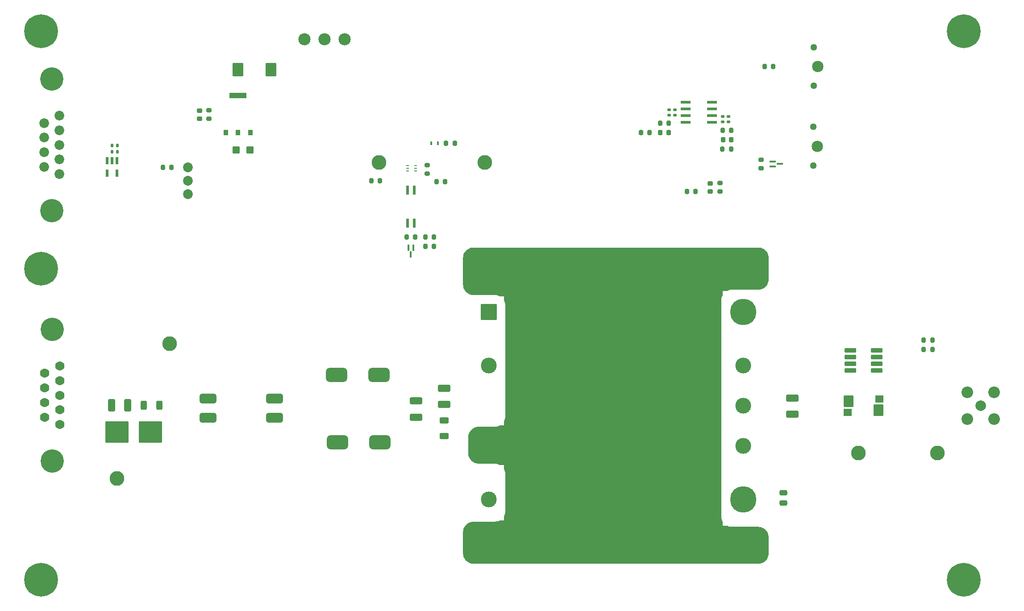
<source format=gbr>
%TF.GenerationSoftware,KiCad,Pcbnew,8.0.6*%
%TF.CreationDate,2025-06-02T13:03:20-04:00*%
%TF.ProjectId,CAEN_NEVIS_DAQ_3p3V,4341454e-5f4e-4455-9649-535f4441515f,rev?*%
%TF.SameCoordinates,Original*%
%TF.FileFunction,Soldermask,Top*%
%TF.FilePolarity,Negative*%
%FSLAX46Y46*%
G04 Gerber Fmt 4.6, Leading zero omitted, Abs format (unit mm)*
G04 Created by KiCad (PCBNEW 8.0.6) date 2025-06-02 13:03:20*
%MOMM*%
%LPD*%
G01*
G04 APERTURE LIST*
G04 Aperture macros list*
%AMRoundRect*
0 Rectangle with rounded corners*
0 $1 Rounding radius*
0 $2 $3 $4 $5 $6 $7 $8 $9 X,Y pos of 4 corners*
0 Add a 4 corners polygon primitive as box body*
4,1,4,$2,$3,$4,$5,$6,$7,$8,$9,$2,$3,0*
0 Add four circle primitives for the rounded corners*
1,1,$1+$1,$2,$3*
1,1,$1+$1,$4,$5*
1,1,$1+$1,$6,$7*
1,1,$1+$1,$8,$9*
0 Add four rect primitives between the rounded corners*
20,1,$1+$1,$2,$3,$4,$5,0*
20,1,$1+$1,$4,$5,$6,$7,0*
20,1,$1+$1,$6,$7,$8,$9,0*
20,1,$1+$1,$8,$9,$2,$3,0*%
G04 Aperture macros list end*
%ADD10R,0.889000X1.016000*%
%ADD11R,3.200000X1.000000*%
%ADD12R,1.161200X0.350800*%
%ADD13R,0.350800X1.161200*%
%ADD14C,2.800000*%
%ADD15C,6.400000*%
%ADD16R,0.558800X1.473200*%
%ADD17R,1.981200X0.558800*%
%ADD18RoundRect,0.100500X0.986500X0.301500X-0.986500X0.301500X-0.986500X-0.301500X0.986500X-0.301500X0*%
%ADD19C,3.500000*%
%ADD20RoundRect,0.102000X-1.400000X-1.400000X1.400000X-1.400000X1.400000X1.400000X-1.400000X1.400000X0*%
%ADD21C,3.004000*%
%ADD22C,5.004000*%
%ADD23RoundRect,0.200000X0.200000X0.275000X-0.200000X0.275000X-0.200000X-0.275000X0.200000X-0.275000X0*%
%ADD24RoundRect,0.135000X-0.185000X0.135000X-0.185000X-0.135000X0.185000X-0.135000X0.185000X0.135000X0*%
%ADD25RoundRect,0.200000X0.275000X-0.200000X0.275000X0.200000X-0.275000X0.200000X-0.275000X-0.200000X0*%
%ADD26RoundRect,0.200000X-0.200000X-0.275000X0.200000X-0.275000X0.200000X0.275000X-0.200000X0.275000X0*%
%ADD27RoundRect,0.200000X-0.275000X0.200000X-0.275000X-0.200000X0.275000X-0.200000X0.275000X0.200000X0*%
%ADD28RoundRect,0.102000X-0.695000X-0.570000X0.695000X-0.570000X0.695000X0.570000X-0.695000X0.570000X0*%
%ADD29RoundRect,0.102000X-0.825000X-1.005000X0.825000X-1.005000X0.825000X1.005000X-0.825000X1.005000X0*%
%ADD30RoundRect,0.250000X0.625000X-0.312500X0.625000X0.312500X-0.625000X0.312500X-0.625000X-0.312500X0*%
%ADD31RoundRect,0.250000X-0.312500X-0.625000X0.312500X-0.625000X0.312500X0.625000X-0.312500X0.625000X0*%
%ADD32R,0.558800X1.651000*%
%ADD33C,1.295400*%
%ADD34C,2.159000*%
%ADD35R,0.533400X0.254000*%
%ADD36R,0.444500X0.711200*%
%ADD37RoundRect,0.675000X-1.325000X0.675000X-1.325000X-0.675000X1.325000X-0.675000X1.325000X0.675000X0*%
%ADD38RoundRect,0.475000X1.125000X-0.475000X1.125000X0.475000X-1.125000X0.475000X-1.125000X-0.475000X0*%
%ADD39C,1.854000*%
%ADD40C,1.839000*%
%ADD41C,4.420000*%
%ADD42C,2.006600*%
%ADD43C,2.209800*%
%ADD44C,1.764000*%
%ADD45C,2.304000*%
%ADD46RoundRect,0.102000X-2.120900X-1.905000X2.120900X-1.905000X2.120900X1.905000X-2.120900X1.905000X0*%
%ADD47RoundRect,0.140000X0.140000X0.170000X-0.140000X0.170000X-0.140000X-0.170000X0.140000X-0.170000X0*%
%ADD48RoundRect,0.225000X0.225000X0.250000X-0.225000X0.250000X-0.225000X-0.250000X0.225000X-0.250000X0*%
%ADD49RoundRect,0.140000X-0.170000X0.140000X-0.170000X-0.140000X0.170000X-0.140000X0.170000X0.140000X0*%
%ADD50RoundRect,0.225000X-0.225000X-0.250000X0.225000X-0.250000X0.225000X0.250000X-0.225000X0.250000X0*%
%ADD51RoundRect,0.225000X-0.250000X0.225000X-0.250000X-0.225000X0.250000X-0.225000X0.250000X0.225000X0*%
%ADD52RoundRect,0.250000X-0.787500X-1.025000X0.787500X-1.025000X0.787500X1.025000X-0.787500X1.025000X0*%
%ADD53RoundRect,0.250000X0.450000X0.425000X-0.450000X0.425000X-0.450000X-0.425000X0.450000X-0.425000X0*%
%ADD54RoundRect,0.250000X0.475000X-0.250000X0.475000X0.250000X-0.475000X0.250000X-0.475000X-0.250000X0*%
%ADD55RoundRect,0.250000X0.412500X0.925000X-0.412500X0.925000X-0.412500X-0.925000X0.412500X-0.925000X0*%
%ADD56RoundRect,0.250000X-0.925000X0.412500X-0.925000X-0.412500X0.925000X-0.412500X0.925000X0.412500X0*%
G04 APERTURE END LIST*
D10*
%TO.C,U2*%
X90008600Y-48196250D03*
X92320000Y-48196250D03*
X94631400Y-48196250D03*
D11*
X92320000Y-41203750D03*
%TD*%
D12*
%TO.C,M3*%
X193755000Y-53660001D03*
X193755000Y-54659999D03*
X195105000Y-54160000D03*
%TD*%
D13*
%TO.C,M1*%
X125604999Y-70000000D03*
X124605001Y-70000000D03*
X125105000Y-71350000D03*
%TD*%
D14*
%TO.C,Secondary RTN*%
X79340000Y-88210000D03*
%TD*%
%TO.C,Secondary PWR*%
X69340000Y-113850000D03*
%TD*%
D15*
%TO.C,H5*%
X55000000Y-74000000D03*
%TD*%
D14*
%TO.C,3.3V RTN*%
X210000000Y-109000000D03*
%TD*%
%TO.C,3.3V*%
X225000000Y-109000000D03*
%TD*%
D16*
%TO.C,U6*%
X69395001Y-53556200D03*
X68445000Y-53556200D03*
X67494999Y-53556200D03*
X67494999Y-55943800D03*
X69395001Y-55943800D03*
%TD*%
D17*
%TO.C,U4*%
X182183800Y-46285000D03*
X182183800Y-45015000D03*
X182183800Y-43745000D03*
X182183800Y-42475000D03*
X177256200Y-42475000D03*
X177256200Y-43745000D03*
X177256200Y-45015000D03*
X177256200Y-46285000D03*
%TD*%
D18*
%TO.C,U3*%
X213437500Y-93332500D03*
X213437500Y-92062500D03*
X213437500Y-90792500D03*
X213437500Y-89522500D03*
X208497500Y-89522500D03*
X208497500Y-90792500D03*
X208497500Y-92062500D03*
X208497500Y-93332500D03*
%TD*%
D19*
%TO.C,U1*%
X139890000Y-74635000D03*
X139890000Y-125435000D03*
X188140000Y-74635000D03*
X188140000Y-125435000D03*
D20*
X139890000Y-82255000D03*
D21*
X139890000Y-92415000D03*
X139890000Y-107655000D03*
X139890000Y-117815000D03*
D22*
X188140000Y-117815000D03*
D21*
X188140000Y-107655000D03*
X188140000Y-100035000D03*
X188140000Y-92415000D03*
D22*
X188140000Y-82255000D03*
%TD*%
D14*
%TO.C,TELEM RTN*%
X119060000Y-53890000D03*
%TD*%
%TO.C,TELEM PWR*%
X139140000Y-53870000D03*
%TD*%
D23*
%TO.C,R25*%
X79715000Y-54820000D03*
X78065000Y-54820000D03*
%TD*%
%TO.C,R23*%
X170395000Y-48180000D03*
X168745000Y-48180000D03*
%TD*%
%TO.C,R22*%
X174045000Y-46440000D03*
X172395000Y-46440000D03*
%TD*%
D24*
%TO.C,R21*%
X175230000Y-43870000D03*
X175230000Y-44890000D03*
%TD*%
D25*
%TO.C,R20*%
X191550000Y-54985000D03*
X191550000Y-53335000D03*
%TD*%
D23*
%TO.C,R19*%
X224015000Y-87530000D03*
X222365000Y-87530000D03*
%TD*%
%TO.C,R18*%
X224015000Y-89310000D03*
X222365000Y-89310000D03*
%TD*%
%TO.C,R17*%
X185845000Y-51350000D03*
X184195000Y-51350000D03*
%TD*%
D26*
%TO.C,R16*%
X184235000Y-47810000D03*
X185885000Y-47810000D03*
%TD*%
D24*
%TO.C,R15*%
X184240000Y-45150000D03*
X184240000Y-46170000D03*
%TD*%
D23*
%TO.C,R14*%
X193835000Y-35650000D03*
X192185000Y-35650000D03*
%TD*%
D25*
%TO.C,R13*%
X86805000Y-45613750D03*
X86805000Y-43963750D03*
%TD*%
D23*
%TO.C,R12*%
X179115000Y-59405000D03*
X177465000Y-59405000D03*
%TD*%
D27*
%TO.C,R11*%
X183750000Y-57755000D03*
X183750000Y-59405000D03*
%TD*%
D28*
%TO.C,R10*%
X207980000Y-101285000D03*
X213950000Y-98745000D03*
D29*
X208110000Y-99180000D03*
X213820000Y-100850000D03*
%TD*%
D25*
%TO.C,R9*%
X128163000Y-56018000D03*
X128163000Y-54368000D03*
%TD*%
D26*
%TO.C,R8*%
X117585000Y-57330000D03*
X119235000Y-57330000D03*
%TD*%
D23*
%TO.C,R7*%
X125940000Y-67975000D03*
X124290000Y-67975000D03*
%TD*%
%TO.C,R6*%
X129490000Y-67985000D03*
X127840000Y-67985000D03*
%TD*%
%TO.C,R5*%
X133430000Y-50235000D03*
X131780000Y-50235000D03*
%TD*%
D26*
%TO.C,R4*%
X127830000Y-69755000D03*
X129480000Y-69755000D03*
%TD*%
D23*
%TO.C,R3*%
X131620000Y-57505000D03*
X129970000Y-57505000D03*
%TD*%
D30*
%TO.C,R2*%
X131390000Y-105737500D03*
X131390000Y-102812500D03*
%TD*%
D31*
%TO.C,R1*%
X74437500Y-99955000D03*
X77362500Y-99955000D03*
%TD*%
D32*
%TO.C,Q1*%
X125740000Y-59130800D03*
X124470000Y-59130800D03*
X124470000Y-65379200D03*
X125740000Y-65379200D03*
%TD*%
D33*
%TO.C,P2*%
X201450000Y-47120000D03*
X201450000Y-54440000D03*
D34*
X202210000Y-50790000D03*
%TD*%
D33*
%TO.C,P1*%
X201490000Y-31990000D03*
X201490000Y-39310000D03*
D34*
X202250000Y-35660000D03*
%TD*%
D35*
%TO.C,M2*%
X126027000Y-55443000D03*
X126027000Y-54935000D03*
X126027000Y-54427000D03*
X124503000Y-54427000D03*
X124503000Y-54935000D03*
X124503000Y-55443000D03*
%TD*%
D36*
%TO.C,LED1*%
X128986350Y-50235000D03*
X130243650Y-50235000D03*
%TD*%
D37*
%TO.C,L3*%
X111205000Y-106955000D03*
X119205000Y-106955000D03*
%TD*%
D38*
%TO.C,L2*%
X99230000Y-98625000D03*
X99230000Y-102325000D03*
X86630000Y-102325000D03*
X86630000Y-98625000D03*
%TD*%
D37*
%TO.C,L1*%
X111055000Y-94145000D03*
X119055000Y-94145000D03*
%TD*%
D39*
%TO.C,J5*%
X82850000Y-59910000D03*
X82850000Y-57370000D03*
X82850000Y-54830000D03*
%TD*%
D40*
%TO.C,J4*%
X58400000Y-56090000D03*
X58400000Y-53320000D03*
X58400000Y-50550000D03*
X58400000Y-47780000D03*
X58400000Y-45010000D03*
X55560000Y-54705000D03*
X55560000Y-51935000D03*
X55560000Y-49165000D03*
X55560000Y-46395000D03*
D41*
X56980000Y-38050000D03*
X56980000Y-63050000D03*
%TD*%
D42*
%TO.C,J3*%
X233167999Y-100035000D03*
D43*
X235707999Y-97495000D03*
X230627999Y-97495000D03*
X230627999Y-102575000D03*
X235707999Y-102575000D03*
%TD*%
D44*
%TO.C,J2*%
X58480000Y-92490000D03*
X58480000Y-95260000D03*
X58480000Y-98030000D03*
X58480000Y-100800000D03*
X58480000Y-103570000D03*
X55640000Y-93875000D03*
X55640000Y-96645000D03*
X55640000Y-99415000D03*
X55640000Y-102185000D03*
D41*
X57060000Y-85530000D03*
X57060000Y-110530000D03*
%TD*%
D45*
%TO.C,J1*%
X112570000Y-30510000D03*
X108760000Y-30510000D03*
X104950000Y-30510000D03*
%TD*%
D15*
%TO.C,H4*%
X230000000Y-133000000D03*
%TD*%
%TO.C,H3*%
X230000000Y-29000000D03*
%TD*%
%TO.C,H2*%
X55000000Y-133000000D03*
%TD*%
%TO.C,H1*%
X55000000Y-29000000D03*
%TD*%
D46*
%TO.C,F1*%
X69332300Y-105045000D03*
X75707700Y-105045000D03*
%TD*%
D47*
%TO.C,C23*%
X69400000Y-51800000D03*
X68440000Y-51800000D03*
%TD*%
%TO.C,C22*%
X69410000Y-50660000D03*
X68450000Y-50660000D03*
%TD*%
D48*
%TO.C,C21*%
X173985000Y-48180000D03*
X172435000Y-48180000D03*
%TD*%
D49*
%TO.C,C20*%
X174050000Y-43900000D03*
X174050000Y-44860000D03*
%TD*%
D50*
%TO.C,C19*%
X184295000Y-49590000D03*
X185845000Y-49590000D03*
%TD*%
D49*
%TO.C,C18*%
X185380000Y-45180000D03*
X185380000Y-46140000D03*
%TD*%
D51*
%TO.C,C16*%
X85045000Y-44013750D03*
X85045000Y-45563750D03*
%TD*%
%TO.C,C15*%
X181910000Y-57815000D03*
X181910000Y-59365000D03*
%TD*%
D52*
%TO.C,C14*%
X92317500Y-36243750D03*
X98542500Y-36243750D03*
%TD*%
D53*
%TO.C,C13*%
X94625000Y-51528750D03*
X91925000Y-51528750D03*
%TD*%
D54*
%TO.C,C11*%
X195750000Y-118450000D03*
X195750000Y-116550000D03*
%TD*%
D55*
%TO.C,C5*%
X71407500Y-99955000D03*
X68332500Y-99955000D03*
%TD*%
D56*
%TO.C,C3*%
X197485000Y-98577500D03*
X197485000Y-101652500D03*
%TD*%
%TO.C,C2*%
X126110000Y-99120000D03*
X126110000Y-102195000D03*
%TD*%
%TO.C,C1*%
X131400000Y-96687500D03*
X131400000Y-99762500D03*
%TD*%
G36*
X191004418Y-70000316D02*
G01*
X191275785Y-70019724D01*
X191293297Y-70022242D01*
X191554794Y-70079127D01*
X191571770Y-70084111D01*
X191822524Y-70177638D01*
X191838617Y-70184988D01*
X192073496Y-70313241D01*
X192088380Y-70322806D01*
X192302624Y-70483188D01*
X192315994Y-70494774D01*
X192505225Y-70684005D01*
X192516811Y-70697375D01*
X192677193Y-70911619D01*
X192686758Y-70926503D01*
X192815011Y-71161382D01*
X192822361Y-71177475D01*
X192915888Y-71428229D01*
X192920872Y-71445205D01*
X192977757Y-71706702D01*
X192980275Y-71724214D01*
X192999684Y-71995581D01*
X193000000Y-72004427D01*
X193000000Y-75995572D01*
X192999684Y-76004418D01*
X192980275Y-76275785D01*
X192977757Y-76293297D01*
X192920872Y-76554794D01*
X192915888Y-76571770D01*
X192822361Y-76822524D01*
X192815011Y-76838617D01*
X192686758Y-77073496D01*
X192677193Y-77088380D01*
X192516811Y-77302624D01*
X192505225Y-77315994D01*
X192315994Y-77505225D01*
X192302624Y-77516811D01*
X192088380Y-77677193D01*
X192073496Y-77686758D01*
X191838617Y-77815011D01*
X191822524Y-77822361D01*
X191571770Y-77915888D01*
X191554794Y-77920872D01*
X191293297Y-77977757D01*
X191275785Y-77980275D01*
X191004418Y-77999684D01*
X190995572Y-78000000D01*
X185999997Y-78000000D01*
X185715364Y-78020357D01*
X185436541Y-78081012D01*
X185169168Y-78180736D01*
X185169164Y-78180738D01*
X185070100Y-78234832D01*
X185010673Y-78250000D01*
X184250000Y-78250000D01*
X184250000Y-79010673D01*
X184234832Y-79070100D01*
X184180738Y-79169164D01*
X184180736Y-79169168D01*
X184081012Y-79436541D01*
X184020357Y-79715364D01*
X184000000Y-79999997D01*
X184000000Y-121000002D01*
X184020357Y-121284635D01*
X184081012Y-121563458D01*
X184180736Y-121830830D01*
X184234832Y-121929898D01*
X184250000Y-121989326D01*
X184250000Y-122750000D01*
X185010673Y-122750000D01*
X185070100Y-122765168D01*
X185169164Y-122819261D01*
X185169168Y-122819263D01*
X185436541Y-122918987D01*
X185715364Y-122979642D01*
X185999997Y-122999999D01*
X186000000Y-123000000D01*
X190995572Y-123000000D01*
X191004418Y-123000316D01*
X191275785Y-123019724D01*
X191293297Y-123022242D01*
X191554794Y-123079127D01*
X191571770Y-123084111D01*
X191822524Y-123177638D01*
X191838617Y-123184988D01*
X192073496Y-123313241D01*
X192088380Y-123322806D01*
X192302624Y-123483188D01*
X192315994Y-123494774D01*
X192505225Y-123684005D01*
X192516811Y-123697375D01*
X192677193Y-123911619D01*
X192686758Y-123926503D01*
X192815011Y-124161382D01*
X192822361Y-124177475D01*
X192915888Y-124428229D01*
X192920872Y-124445205D01*
X192977757Y-124706702D01*
X192980275Y-124724214D01*
X192999684Y-124995581D01*
X193000000Y-125004427D01*
X193000000Y-127995572D01*
X192999684Y-128004418D01*
X192980275Y-128275785D01*
X192977757Y-128293297D01*
X192920872Y-128554794D01*
X192915888Y-128571770D01*
X192822361Y-128822524D01*
X192815011Y-128838617D01*
X192686758Y-129073496D01*
X192677193Y-129088380D01*
X192516811Y-129302624D01*
X192505225Y-129315994D01*
X192315994Y-129505225D01*
X192302624Y-129516811D01*
X192088380Y-129677193D01*
X192073496Y-129686758D01*
X191838617Y-129815011D01*
X191822524Y-129822361D01*
X191571770Y-129915888D01*
X191554794Y-129920872D01*
X191293297Y-129977757D01*
X191275785Y-129980275D01*
X191004418Y-129999684D01*
X190995572Y-130000000D01*
X137004428Y-130000000D01*
X136995582Y-129999684D01*
X136724214Y-129980275D01*
X136706702Y-129977757D01*
X136445205Y-129920872D01*
X136428229Y-129915888D01*
X136177475Y-129822361D01*
X136161382Y-129815011D01*
X135926503Y-129686758D01*
X135911619Y-129677193D01*
X135697375Y-129516811D01*
X135684005Y-129505225D01*
X135494774Y-129315994D01*
X135483188Y-129302624D01*
X135322806Y-129088380D01*
X135313241Y-129073496D01*
X135184988Y-128838617D01*
X135177638Y-128822524D01*
X135084111Y-128571770D01*
X135079127Y-128554794D01*
X135022242Y-128293297D01*
X135019724Y-128275785D01*
X135000316Y-128004418D01*
X135000000Y-127995572D01*
X135000000Y-124004427D01*
X135000316Y-123995581D01*
X135019724Y-123724214D01*
X135022242Y-123706702D01*
X135079127Y-123445205D01*
X135084111Y-123428229D01*
X135177638Y-123177475D01*
X135184988Y-123161382D01*
X135313241Y-122926503D01*
X135322806Y-122911619D01*
X135483188Y-122697375D01*
X135494774Y-122684005D01*
X135684005Y-122494774D01*
X135697375Y-122483188D01*
X135911619Y-122322806D01*
X135926503Y-122313241D01*
X136161382Y-122184988D01*
X136177475Y-122177638D01*
X136428229Y-122084111D01*
X136445205Y-122079127D01*
X136706702Y-122022242D01*
X136724214Y-122019724D01*
X136995582Y-122000316D01*
X137004428Y-122000000D01*
X141000000Y-122000000D01*
X141000002Y-121999999D01*
X141284635Y-121979642D01*
X141563458Y-121918987D01*
X141830831Y-121819263D01*
X141830835Y-121819261D01*
X141929900Y-121765168D01*
X141989327Y-121750000D01*
X142750000Y-121750000D01*
X142750000Y-120989326D01*
X142765168Y-120929898D01*
X142819263Y-120830830D01*
X142918987Y-120563458D01*
X142979642Y-120284635D01*
X142999999Y-120000002D01*
X143000000Y-120000000D01*
X143000000Y-113000000D01*
X142999999Y-112999997D01*
X142979642Y-112715364D01*
X142918987Y-112436541D01*
X142819263Y-112169168D01*
X142819261Y-112169164D01*
X142765168Y-112070100D01*
X142750000Y-112010673D01*
X142750000Y-111250000D01*
X141989327Y-111250000D01*
X141929900Y-111234832D01*
X141830835Y-111180738D01*
X141830831Y-111180736D01*
X141563458Y-111081012D01*
X141284635Y-111020357D01*
X141000002Y-111000000D01*
X138004428Y-111000000D01*
X137995582Y-110999684D01*
X137724214Y-110980275D01*
X137706702Y-110977757D01*
X137445205Y-110920872D01*
X137428229Y-110915888D01*
X137177475Y-110822361D01*
X137161382Y-110815011D01*
X136926503Y-110686758D01*
X136911619Y-110677193D01*
X136697375Y-110516811D01*
X136684005Y-110505225D01*
X136494774Y-110315994D01*
X136483188Y-110302624D01*
X136322806Y-110088380D01*
X136313241Y-110073496D01*
X136184988Y-109838617D01*
X136177638Y-109822524D01*
X136084111Y-109571770D01*
X136079127Y-109554794D01*
X136022242Y-109293297D01*
X136019724Y-109275785D01*
X136000316Y-109004418D01*
X136000000Y-108995572D01*
X136000000Y-106004427D01*
X136000316Y-105995581D01*
X136019724Y-105724214D01*
X136022242Y-105706702D01*
X136079127Y-105445205D01*
X136084111Y-105428229D01*
X136177638Y-105177475D01*
X136184988Y-105161382D01*
X136313241Y-104926503D01*
X136322806Y-104911619D01*
X136483188Y-104697375D01*
X136494774Y-104684005D01*
X136684005Y-104494774D01*
X136697375Y-104483188D01*
X136911619Y-104322806D01*
X136926503Y-104313241D01*
X137161382Y-104184988D01*
X137177475Y-104177638D01*
X137428229Y-104084111D01*
X137445205Y-104079127D01*
X137706702Y-104022242D01*
X137724214Y-104019724D01*
X137995582Y-104000316D01*
X138004428Y-104000000D01*
X141000000Y-104000000D01*
X141000002Y-103999999D01*
X141284635Y-103979642D01*
X141563458Y-103918987D01*
X141830831Y-103819263D01*
X141830835Y-103819261D01*
X141929900Y-103765168D01*
X141989327Y-103750000D01*
X142750000Y-103750000D01*
X142750000Y-102989326D01*
X142765168Y-102929898D01*
X142819263Y-102830830D01*
X142918987Y-102563458D01*
X142979642Y-102284635D01*
X142999999Y-102000002D01*
X143000000Y-102000000D01*
X143000000Y-81000000D01*
X142999999Y-80999997D01*
X142979642Y-80715364D01*
X142918987Y-80436541D01*
X142819263Y-80169168D01*
X142819261Y-80169164D01*
X142765168Y-80070100D01*
X142750000Y-80010673D01*
X142750000Y-79250000D01*
X141989327Y-79250000D01*
X141929900Y-79234832D01*
X141830835Y-79180738D01*
X141830831Y-79180736D01*
X141563458Y-79081012D01*
X141284635Y-79020357D01*
X141000002Y-79000000D01*
X137004428Y-79000000D01*
X136995582Y-78999684D01*
X136724214Y-78980275D01*
X136706702Y-78977757D01*
X136445205Y-78920872D01*
X136428229Y-78915888D01*
X136177475Y-78822361D01*
X136161382Y-78815011D01*
X135926503Y-78686758D01*
X135911619Y-78677193D01*
X135697375Y-78516811D01*
X135684005Y-78505225D01*
X135494774Y-78315994D01*
X135483188Y-78302624D01*
X135322806Y-78088380D01*
X135313241Y-78073496D01*
X135184988Y-77838617D01*
X135177638Y-77822524D01*
X135084111Y-77571770D01*
X135079127Y-77554794D01*
X135022242Y-77293297D01*
X135019724Y-77275785D01*
X135000316Y-77004418D01*
X135000000Y-76995572D01*
X135000000Y-72004427D01*
X135000316Y-71995581D01*
X135019724Y-71724214D01*
X135022242Y-71706702D01*
X135079127Y-71445205D01*
X135084111Y-71428229D01*
X135177638Y-71177475D01*
X135184988Y-71161382D01*
X135313241Y-70926503D01*
X135322806Y-70911619D01*
X135483188Y-70697375D01*
X135494774Y-70684005D01*
X135684005Y-70494774D01*
X135697375Y-70483188D01*
X135911619Y-70322806D01*
X135926503Y-70313241D01*
X136161382Y-70184988D01*
X136177475Y-70177638D01*
X136428229Y-70084111D01*
X136445205Y-70079127D01*
X136706702Y-70022242D01*
X136724214Y-70019724D01*
X136995582Y-70000316D01*
X137004428Y-70000000D01*
X190995572Y-70000000D01*
X191004418Y-70000316D01*
G37*
M02*

</source>
